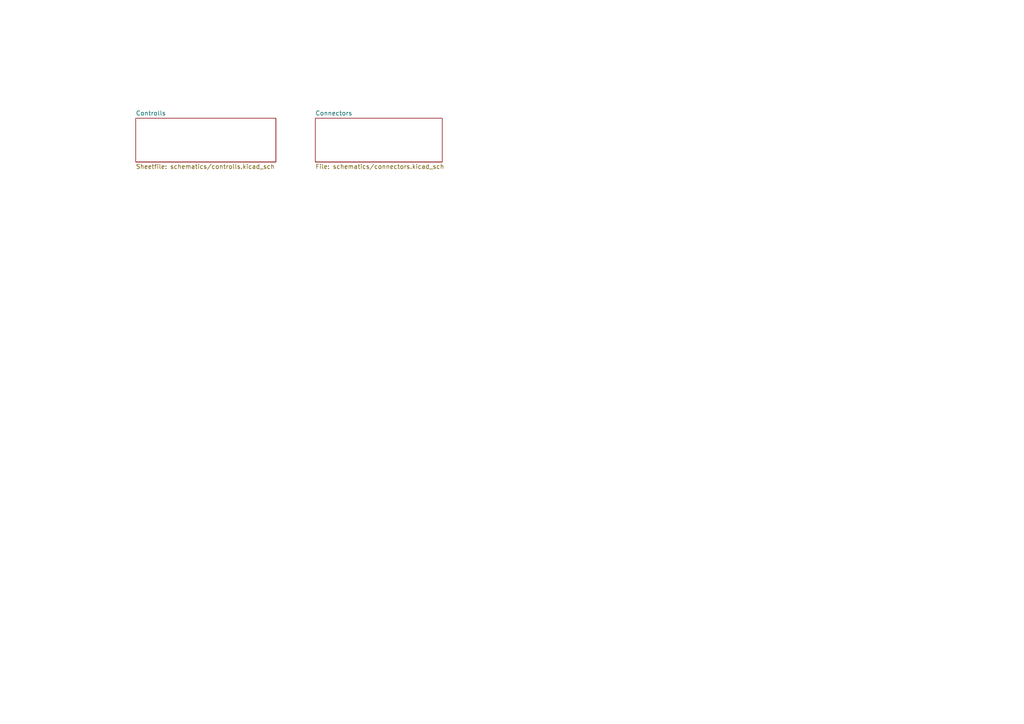
<source format=kicad_sch>
(kicad_sch
	(version 20250114)
	(generator "eeschema")
	(generator_version "9.0")
	(uuid "6805e3ef-87bd-473d-890f-05ae2da73c1a")
	(paper "A4")
	(lib_symbols)
	(sheet
		(at 91.44 34.29)
		(size 36.83 12.7)
		(exclude_from_sim no)
		(in_bom yes)
		(on_board yes)
		(dnp no)
		(fields_autoplaced yes)
		(stroke
			(width 0.1524)
			(type solid)
		)
		(fill
			(color 0 0 0 0.0000)
		)
		(uuid "71fb01be-e2af-43a2-ab1d-1ec35077c210")
		(property "Sheetname" "Connectors"
			(at 91.44 33.5784 0)
			(effects
				(font
					(size 1.27 1.27)
				)
				(justify left bottom)
			)
		)
		(property "Sheetfile" "schematics/connectors.kicad_sch"
			(at 91.44 47.5746 0)
			(effects
				(font
					(size 1.27 1.27)
				)
				(justify left top)
			)
		)
		(instances
			(project "wb50"
				(path "/6805e3ef-87bd-473d-890f-05ae2da73c1a"
					(page "3")
				)
			)
		)
	)
	(sheet
		(at 39.37 34.29)
		(size 40.64 12.7)
		(exclude_from_sim no)
		(in_bom yes)
		(on_board yes)
		(dnp no)
		(fields_autoplaced yes)
		(stroke
			(width 0.1524)
			(type solid)
		)
		(fill
			(color 0 0 0 0.0000)
		)
		(uuid "fb2444d2-b86f-4030-b036-b8cf56e0db72")
		(property "Sheetname" "Controlls"
			(at 39.37 33.5784 0)
			(effects
				(font
					(size 1.27 1.27)
				)
				(justify left bottom)
			)
		)
		(property "Sheetfile" "schematics/controlls.kicad_sch"
			(at 39.37 47.5746 0)
			(show_name yes)
			(effects
				(font
					(size 1.27 1.27)
				)
				(justify left top)
			)
		)
		(instances
			(project "wb50"
				(path "/6805e3ef-87bd-473d-890f-05ae2da73c1a"
					(page "2")
				)
			)
		)
	)
	(sheet_instances
		(path "/"
			(page "1")
		)
	)
	(embedded_fonts no)
)

</source>
